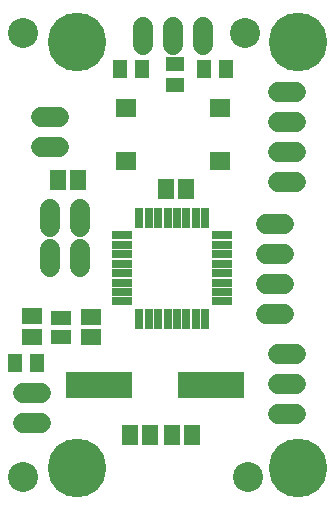
<source format=gbr>
G04 EAGLE Gerber X2 export*
%TF.Part,Single*%
%TF.FileFunction,Soldermask,Top,1*%
%TF.FilePolarity,Positive*%
%TF.GenerationSoftware,Autodesk,EAGLE,9.7.0*%
%TF.CreationDate,2022-05-12T22:10:33Z*%
G75*
%MOMM*%
%FSLAX46Y46*%
%LPD*%
%INSoldermask Top*%
%AMOC8*
5,1,8,0,0,1.08239X$1,22.5*%
G01*
G04 Define Apertures*
%ADD10R,1.367800X1.668500*%
%ADD11R,1.673200X1.223200*%
%ADD12R,1.668500X1.367800*%
%ADD13C,2.540000*%
%ADD14C,1.727200*%
%ADD15R,0.803200X1.703200*%
%ADD16R,1.703200X0.803200*%
%ADD17C,4.965700*%
%ADD18R,1.234400X1.623400*%
%ADD19R,1.623400X1.234400*%
%ADD20R,1.803200X1.603200*%
%ADD21R,5.703200X2.203200*%
D10*
X13067400Y5842000D03*
X11316600Y5842000D03*
X14872600Y5842000D03*
X16623400Y5842000D03*
X14364600Y26670000D03*
X16115400Y26670000D03*
D11*
X5531350Y15719000D03*
X5531350Y14119000D03*
D12*
X3057750Y15861400D03*
X3057750Y14110600D03*
X8024050Y15814100D03*
X8024050Y14063300D03*
D10*
X5220600Y27432000D03*
X6971400Y27432000D03*
D13*
X21336000Y2286000D03*
X2286000Y2286000D03*
X21082000Y39878000D03*
X2286000Y39878000D03*
D14*
X3810000Y32766000D02*
X5334000Y32766000D01*
X5334000Y30226000D02*
X3810000Y30226000D01*
D15*
X12109800Y15663600D03*
X12909800Y15663600D03*
X13709800Y15663600D03*
X14509800Y15663600D03*
X15309800Y15663600D03*
X16109800Y15663600D03*
X16909800Y15663600D03*
X17709800Y15663600D03*
D16*
X19159800Y17113600D03*
X19159800Y17913600D03*
X19159800Y18713600D03*
X19159800Y19513600D03*
X19159800Y20313600D03*
X19159800Y21113600D03*
X19159800Y21913600D03*
X19159800Y22713600D03*
D15*
X17709800Y24163600D03*
X16909800Y24163600D03*
X16109800Y24163600D03*
X15309800Y24163600D03*
X14509800Y24163600D03*
X13709800Y24163600D03*
X12909800Y24163600D03*
X12109800Y24163600D03*
D16*
X10659800Y22713600D03*
X10659800Y21913600D03*
X10659800Y21113600D03*
X10659800Y20313600D03*
X10659800Y19513600D03*
X10659800Y18713600D03*
X10659800Y17913600D03*
X10659800Y17113600D03*
D17*
X25527000Y39116000D03*
X25527000Y3048000D03*
X6858000Y39116000D03*
X6858000Y3048000D03*
D18*
X10510500Y36830000D03*
X12349500Y36830000D03*
D19*
X15117800Y35402500D03*
X15117800Y37241500D03*
D18*
X17622500Y36830000D03*
X19461500Y36830000D03*
X1620500Y11938000D03*
X3459500Y11938000D03*
D20*
X18986000Y28992000D03*
X10986000Y28992000D03*
X18986000Y33492000D03*
X10986000Y33492000D03*
D14*
X4572000Y21590000D02*
X4572000Y20066000D01*
X7112000Y20066000D02*
X7112000Y21590000D01*
X4572000Y23414000D02*
X4572000Y24938000D01*
X7112000Y24938000D02*
X7112000Y23414000D01*
X17526000Y38856100D02*
X17526000Y40380100D01*
X14986000Y40380100D02*
X14986000Y38856100D01*
X12446000Y38856100D02*
X12446000Y40380100D01*
X3810000Y6858000D02*
X2286000Y6858000D01*
X2286000Y9398000D02*
X3810000Y9398000D01*
D21*
X18212000Y10057600D03*
X8712000Y10057600D03*
D14*
X22860000Y16056000D02*
X24384000Y16056000D01*
X24384000Y18596000D02*
X22860000Y18596000D01*
X22860000Y21136000D02*
X24384000Y21136000D01*
X24384000Y23676000D02*
X22860000Y23676000D01*
X23839000Y7620000D02*
X25363000Y7620000D01*
X25363000Y10160000D02*
X23839000Y10160000D01*
X23839000Y12700000D02*
X25363000Y12700000D01*
X25363000Y34852000D02*
X23839000Y34852000D01*
X23839000Y32312000D02*
X25363000Y32312000D01*
X25363000Y29772000D02*
X23839000Y29772000D01*
X23839000Y27232000D02*
X25363000Y27232000D01*
M02*

</source>
